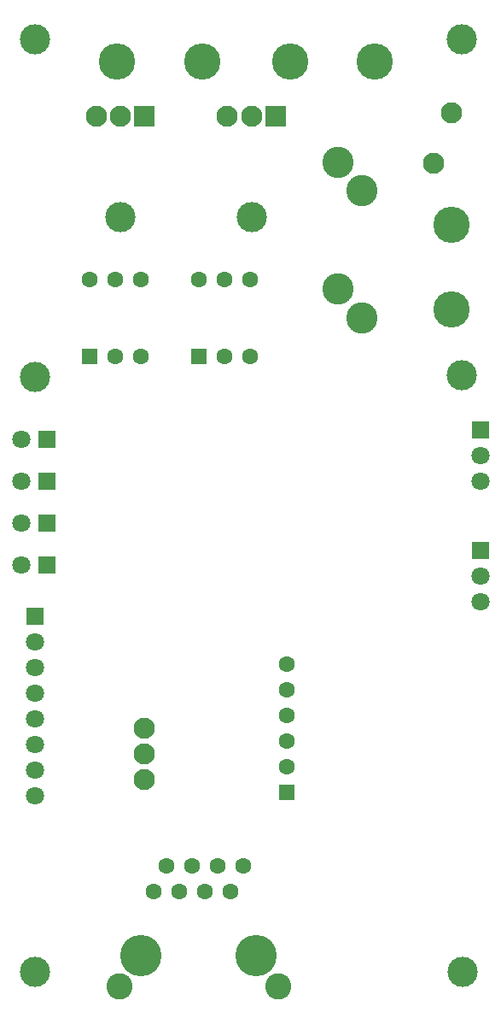
<source format=gbs>
G04 DipTrace 2.4.0.2*
%INTemperatureController.GBS*%
%MOIN*%
%ADD59C,0.1181*%
%ADD65C,0.063*%
%ADD71C,0.0827*%
%ADD87C,0.063*%
%ADD89R,0.063X0.063*%
%ADD105C,0.1024*%
%ADD107C,0.1614*%
%ADD110C,0.0709*%
%ADD111R,0.0709X0.0709*%
%ADD112C,0.1417*%
%ADD114C,0.122*%
%ADD118C,0.0827*%
%ADD120R,0.0827X0.0827*%
%FSLAX44Y44*%
G04*
G70*
G90*
G75*
G01*
%LNBotMask*%
%LPD*%
D120*
X14824Y38812D3*
D118*
X13883D3*
X12942D3*
D59*
X13883Y34875D3*
D120*
X9699Y38812D3*
D118*
X8758D3*
X7817D3*
D59*
X8758Y34874D3*
D114*
X17262Y37000D3*
X18207Y35881D3*
X17262Y32062D3*
X18207Y30944D3*
D59*
X22107Y41811D3*
X5445D3*
X22138Y5433D3*
X5445D3*
X22107Y28687D3*
X5445Y28625D3*
D112*
X18699Y40937D3*
X15392D3*
X21699Y31250D3*
Y34557D3*
X11949Y40937D3*
X8642D3*
D111*
X22824Y26562D3*
D110*
Y25562D3*
Y24562D3*
D111*
X5447Y19312D3*
D110*
Y18312D3*
Y17312D3*
Y16312D3*
Y15312D3*
Y14312D3*
Y13312D3*
Y12312D3*
D111*
X22824Y21874D3*
D110*
Y20874D3*
Y19874D3*
D111*
X5885Y26187D3*
D110*
X4885D3*
D65*
X10074Y8562D3*
X11074D3*
X12074D3*
X13074D3*
X10574Y9562D3*
X11574D3*
X12574D3*
X13574D3*
D107*
X9572Y6062D3*
X14072D3*
D105*
X8722Y4861D3*
X14923D3*
D111*
X5887Y24562D3*
D110*
X4887D3*
D111*
X5887Y22937D3*
D110*
X4887D3*
D111*
X5887Y21312D3*
D110*
X4887D3*
D118*
X21699Y38937D3*
X20990Y36969D3*
D89*
X11824Y29437D3*
D87*
X12824D3*
X13824D3*
Y32437D3*
X12824D3*
X11824D3*
D89*
X7574Y29437D3*
D87*
X8574D3*
X9574D3*
Y32437D3*
X8574D3*
X7574D3*
D89*
X15260Y12437D3*
D87*
Y13437D3*
Y14437D3*
Y15437D3*
Y16437D3*
Y17437D3*
D71*
X9699Y12937D3*
Y13937D3*
Y14937D3*
M02*

</source>
